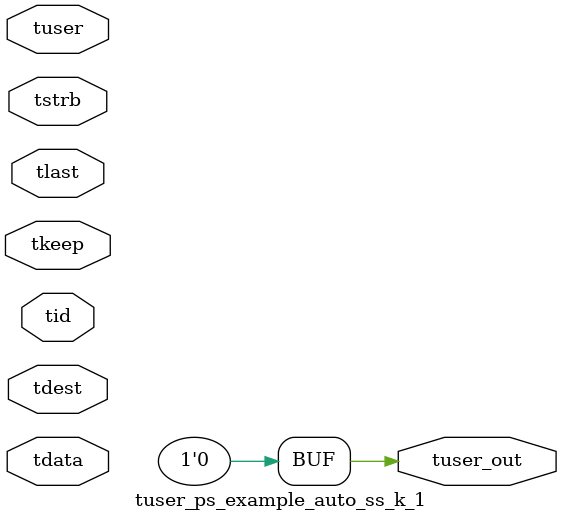
<source format=v>


`timescale 1ps/1ps

module tuser_ps_example_auto_ss_k_1 #
(
parameter C_S_AXIS_TUSER_WIDTH = 1,
parameter C_S_AXIS_TDATA_WIDTH = 32,
parameter C_S_AXIS_TID_WIDTH   = 0,
parameter C_S_AXIS_TDEST_WIDTH = 0,
parameter C_M_AXIS_TUSER_WIDTH = 1
)
(
input  [(C_S_AXIS_TUSER_WIDTH == 0 ? 1 : C_S_AXIS_TUSER_WIDTH)-1:0     ] tuser,
input  [(C_S_AXIS_TDATA_WIDTH == 0 ? 1 : C_S_AXIS_TDATA_WIDTH)-1:0     ] tdata,
input  [(C_S_AXIS_TID_WIDTH   == 0 ? 1 : C_S_AXIS_TID_WIDTH)-1:0       ] tid,
input  [(C_S_AXIS_TDEST_WIDTH == 0 ? 1 : C_S_AXIS_TDEST_WIDTH)-1:0     ] tdest,
input  [(C_S_AXIS_TDATA_WIDTH/8)-1:0 ] tkeep,
input  [(C_S_AXIS_TDATA_WIDTH/8)-1:0 ] tstrb,
input                                                                    tlast,
output [C_M_AXIS_TUSER_WIDTH-1:0] tuser_out
);

assign tuser_out = {1'b0};

endmodule


</source>
